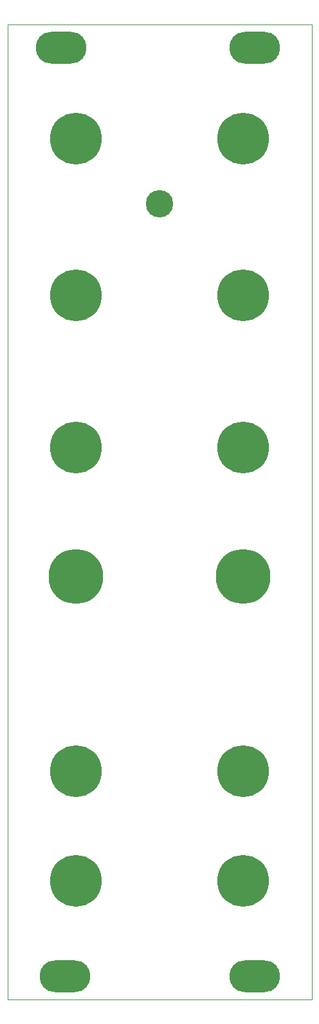
<source format=gtl>
G04 #@! TF.GenerationSoftware,KiCad,Pcbnew,(6.0.0)*
G04 #@! TF.CreationDate,2022-07-07T20:03:20+01:00*
G04 #@! TF.ProjectId,Snare+Hihat,536e6172-652b-4486-9968-61742e6b6963,rev?*
G04 #@! TF.SameCoordinates,Original*
G04 #@! TF.FileFunction,Copper,L1,Top*
G04 #@! TF.FilePolarity,Positive*
%FSLAX46Y46*%
G04 Gerber Fmt 4.6, Leading zero omitted, Abs format (unit mm)*
G04 Created by KiCad (PCBNEW (6.0.0)) date 2022-07-07 20:03:20*
%MOMM*%
%LPD*%
G01*
G04 APERTURE LIST*
G04 #@! TA.AperFunction,Profile*
%ADD10C,0.050000*%
G04 #@! TD*
G04 #@! TA.AperFunction,ComponentPad*
%ADD11O,6.700000X4.200000*%
G04 #@! TD*
G04 #@! TA.AperFunction,ViaPad*
%ADD12C,3.600000*%
G04 #@! TD*
G04 #@! TA.AperFunction,ViaPad*
%ADD13C,6.800000*%
G04 #@! TD*
G04 #@! TA.AperFunction,ViaPad*
%ADD14C,7.200000*%
G04 #@! TD*
G04 APERTURE END LIST*
D10*
X84500000Y-26000000D02*
X84499999Y-149500001D01*
X84500000Y-26000000D02*
X124500000Y-26000000D01*
X124500000Y-154000000D02*
X84500000Y-154000000D01*
X84500000Y-154000000D02*
X84499999Y-149500001D01*
X124500000Y-26000000D02*
X124500000Y-154000000D01*
D11*
X117000000Y-151000000D03*
X92000000Y-151000000D03*
X91500000Y-29000000D03*
X117000000Y-29000000D03*
D12*
X104500000Y-49500000D03*
D13*
X93500000Y-81500000D03*
X115500000Y-124000000D03*
X115500000Y-138400000D03*
X115500000Y-41000000D03*
X93500000Y-124000000D03*
X93500000Y-138400000D03*
X93500000Y-41000000D03*
X115500000Y-61550000D03*
X115500000Y-81500000D03*
D14*
X115500000Y-98500000D03*
D13*
X93500000Y-61550000D03*
D14*
X93500000Y-98500000D03*
M02*

</source>
